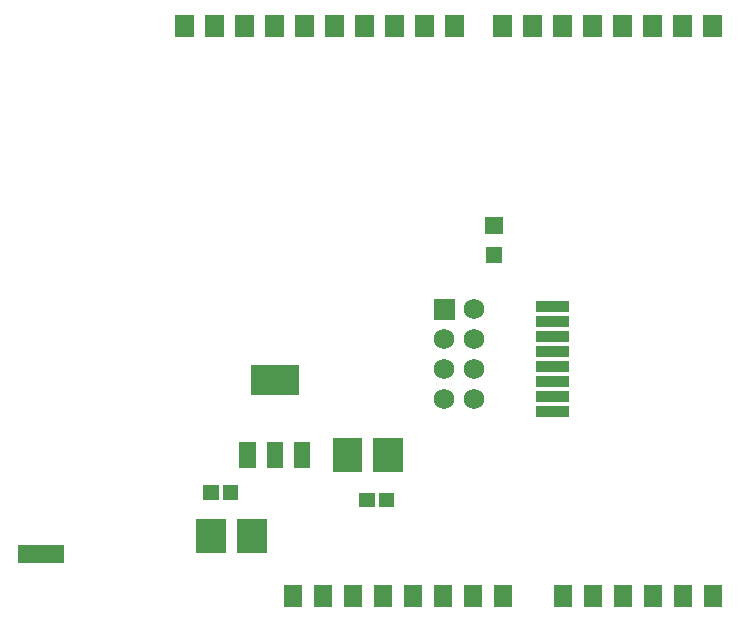
<source format=gts>
G04 Layer: TopSolderMaskLayer*
G04 EasyEDA v6.2.46, 2019-11-05T08:36:27+02:00*
G04 58835fe1968247bcbae2d138d8cab9b4,88f35c52922c4fbc8d6ac25f651a04fd,10*
G04 Gerber Generator version 0.2*
G04 Scale: 100 percent, Rotated: No, Reflected: No *
G04 Dimensions in millimeters *
G04 leading zeros omitted , absolute positions ,3 integer and 3 decimal *
%FSLAX33Y33*%
%MOMM*%
G90*
G71D02*

%ADD30R,1.625600X1.910080*%
%ADD32C,1.727200*%
%ADD36R,1.346200X1.625600*%
%ADD39R,1.473200X1.473200*%

%LPD*%
G36*
G01X40843Y49844D02*
G01X40843Y51755D01*
G01X42468Y51755D01*
G01X42468Y49844D01*
G01X40843Y49844D01*
G37*
G36*
G01X38303Y49844D02*
G01X38303Y51755D01*
G01X39928Y51755D01*
G01X39928Y49844D01*
G01X38303Y49844D01*
G37*
G36*
G01X35763Y49844D02*
G01X35763Y51755D01*
G01X37388Y51755D01*
G01X37388Y49844D01*
G01X35763Y49844D01*
G37*
G36*
G01X33223Y49844D02*
G01X33223Y51755D01*
G01X34848Y51755D01*
G01X34848Y49844D01*
G01X33223Y49844D01*
G37*
G36*
G01X30683Y49844D02*
G01X30683Y51755D01*
G01X32308Y51755D01*
G01X32308Y49844D01*
G01X30683Y49844D01*
G37*
G36*
G01X28143Y49844D02*
G01X28143Y51755D01*
G01X29768Y51755D01*
G01X29768Y49844D01*
G01X28143Y49844D01*
G37*
G36*
G01X25603Y49844D02*
G01X25603Y51755D01*
G01X27228Y51755D01*
G01X27228Y49844D01*
G01X25603Y49844D01*
G37*
G36*
G01X23063Y49844D02*
G01X23063Y51755D01*
G01X24688Y51755D01*
G01X24688Y49844D01*
G01X23063Y49844D01*
G37*
G36*
G01X20523Y49844D02*
G01X20523Y51755D01*
G01X22148Y51755D01*
G01X22148Y49844D01*
G01X20523Y49844D01*
G37*
G36*
G01X17983Y49844D02*
G01X17983Y51755D01*
G01X19608Y51755D01*
G01X19608Y49844D01*
G01X17983Y49844D01*
G37*
G36*
G01X62687Y49844D02*
G01X62687Y51755D01*
G01X64312Y51755D01*
G01X64312Y49844D01*
G01X62687Y49844D01*
G37*
G36*
G01X60147Y49844D02*
G01X60147Y51755D01*
G01X61772Y51755D01*
G01X61772Y49844D01*
G01X60147Y49844D01*
G37*
G36*
G01X57607Y49844D02*
G01X57607Y51755D01*
G01X59232Y51755D01*
G01X59232Y49844D01*
G01X57607Y49844D01*
G37*
G36*
G01X55067Y49844D02*
G01X55067Y51755D01*
G01X56692Y51755D01*
G01X56692Y49844D01*
G01X55067Y49844D01*
G37*
G36*
G01X52527Y49844D02*
G01X52527Y51755D01*
G01X54152Y51755D01*
G01X54152Y49844D01*
G01X52527Y49844D01*
G37*
G36*
G01X49987Y49844D02*
G01X49987Y51755D01*
G01X51612Y51755D01*
G01X51612Y49844D01*
G01X49987Y49844D01*
G37*
G36*
G01X47447Y49844D02*
G01X47447Y51755D01*
G01X49072Y51755D01*
G01X49072Y49844D01*
G01X47447Y49844D01*
G37*
G36*
G01X44907Y49844D02*
G01X44907Y51755D01*
G01X46532Y51755D01*
G01X46532Y49844D01*
G01X44907Y49844D01*
G37*
G54D30*
G01X50800Y2540D03*
G01X53340Y2540D03*
G01X55880Y2540D03*
G01X58420Y2540D03*
G01X60960Y2540D03*
G01X63500Y2540D03*
G01X27940Y2540D03*
G01X30480Y2540D03*
G01X33020Y2540D03*
G01X35560Y2540D03*
G01X38100Y2540D03*
G01X40640Y2540D03*
G01X43180Y2540D03*
G01X45720Y2540D03*
G36*
G01X39903Y25933D02*
G01X39903Y27660D01*
G01X41630Y27660D01*
G01X41630Y25933D01*
G01X39903Y25933D01*
G37*
G54D32*
G01X43307Y26797D03*
G01X40767Y24257D03*
G01X43307Y24257D03*
G01X40767Y21717D03*
G01X43307Y21717D03*
G01X40767Y19177D03*
G01X43307Y19177D03*
G36*
G01X48539Y26568D02*
G01X48539Y27533D01*
G01X51282Y27533D01*
G01X51282Y26568D01*
G01X48539Y26568D01*
G37*
G36*
G01X48539Y25298D02*
G01X48539Y26263D01*
G01X51282Y26263D01*
G01X51282Y25298D01*
G01X48539Y25298D01*
G37*
G36*
G01X48539Y24028D02*
G01X48539Y24993D01*
G01X51282Y24993D01*
G01X51282Y24028D01*
G01X48539Y24028D01*
G37*
G36*
G01X48539Y22758D02*
G01X48539Y23723D01*
G01X51282Y23723D01*
G01X51282Y22758D01*
G01X48539Y22758D01*
G37*
G36*
G01X48539Y21488D02*
G01X48539Y22453D01*
G01X51282Y22453D01*
G01X51282Y21488D01*
G01X48539Y21488D01*
G37*
G36*
G01X48539Y20218D02*
G01X48539Y21183D01*
G01X51282Y21183D01*
G01X51282Y20218D01*
G01X48539Y20218D01*
G37*
G36*
G01X48539Y18948D02*
G01X48539Y19913D01*
G01X51282Y19913D01*
G01X51282Y18948D01*
G01X48539Y18948D01*
G37*
G36*
G01X48539Y17678D02*
G01X48539Y18643D01*
G01X51282Y18643D01*
G01X51282Y17678D01*
G01X48539Y17678D01*
G37*
G36*
G01X24414Y19575D02*
G01X24414Y22080D01*
G01X28417Y22080D01*
G01X28417Y19575D01*
G01X24414Y19575D01*
G37*
G36*
G01X25714Y13375D02*
G01X25714Y15580D01*
G01X27117Y15580D01*
G01X27117Y13375D01*
G01X25714Y13375D01*
G37*
G36*
G01X28013Y13375D02*
G01X28013Y15580D01*
G01X29418Y15580D01*
G01X29418Y13375D01*
G01X28013Y13375D01*
G37*
G36*
G01X23413Y13375D02*
G01X23413Y15580D01*
G01X24818Y15580D01*
G01X24818Y13375D01*
G01X23413Y13375D01*
G37*
G54D36*
G01X5308Y6096D03*
G01X6604Y6096D03*
G01X7899Y6096D03*
G36*
G01X31310Y13025D02*
G01X31310Y15928D01*
G01X33815Y15928D01*
G01X33815Y13025D01*
G01X31310Y13025D01*
G37*
G36*
G01X34764Y13025D02*
G01X34764Y15928D01*
G01X37269Y15928D01*
G01X37269Y13025D01*
G01X34764Y13025D01*
G37*
G36*
G01X23207Y6167D02*
G01X23207Y9070D01*
G01X25712Y9070D01*
G01X25712Y6167D01*
G01X23207Y6167D01*
G37*
G36*
G01X19753Y6167D02*
G01X19753Y9070D01*
G01X22258Y9070D01*
G01X22258Y6167D01*
G01X19753Y6167D01*
G37*
G36*
G01X33563Y10066D02*
G01X33563Y11269D01*
G01X34866Y11269D01*
G01X34866Y10066D01*
G01X33563Y10066D01*
G37*
G36*
G01X35239Y10066D02*
G01X35239Y11269D01*
G01X36542Y11269D01*
G01X36542Y10066D01*
G01X35239Y10066D01*
G37*
G36*
G01X22031Y10701D02*
G01X22031Y11904D01*
G01X23334Y11904D01*
G01X23334Y10701D01*
G01X22031Y10701D01*
G37*
G36*
G01X20355Y10701D02*
G01X20355Y11904D01*
G01X21658Y11904D01*
G01X21658Y10701D01*
G01X20355Y10701D01*
G37*
G54D39*
G01X44958Y31369D03*
G36*
G01X44221Y33172D02*
G01X44221Y34645D01*
G01X45694Y34645D01*
G01X45694Y33172D01*
G01X44221Y33172D01*
G37*
M00*
M02*

</source>
